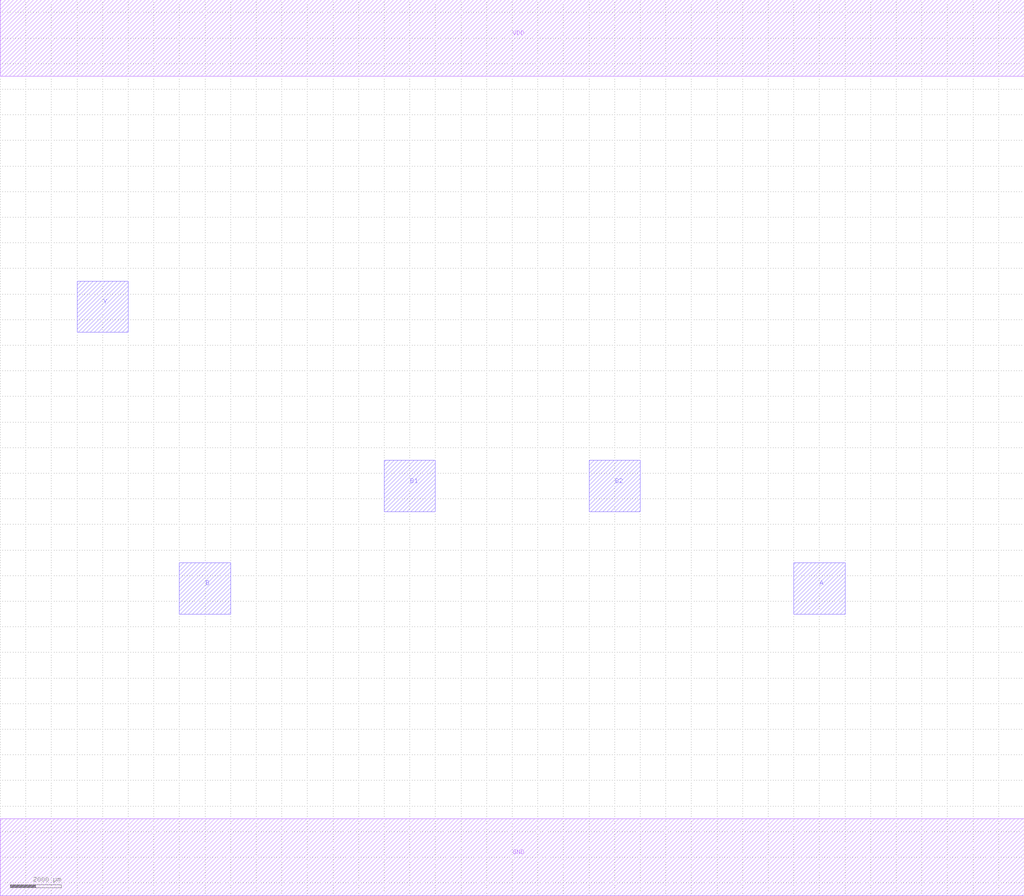
<source format=lef>
MACRO OAI31
 CLASS CORE ;
 ORIGIN 0 0 ;
 FOREIGN OAI31 0 0 ;
 SITE CORE ;
 SYMMETRY X Y R90 ;
  PIN VDD
   DIRECTION INOUT ;
   USE SIGNAL ;
   SHAPE ABUTMENT ;
    PORT
     CLASS CORE ;
       LAYER metal1 ;
        RECT 0.00000000 30500.00000000 40000.00000000 33500.00000000 ;
    END
  END VDD

  PIN GND
   DIRECTION INOUT ;
   USE SIGNAL ;
   SHAPE ABUTMENT ;
    PORT
     CLASS CORE ;
       LAYER metal1 ;
        RECT 0.00000000 -1500.00000000 40000.00000000 1500.00000000 ;
    END
  END GND

  PIN B
   DIRECTION INOUT ;
   USE SIGNAL ;
   SHAPE ABUTMENT ;
    PORT
     CLASS CORE ;
       LAYER metal2 ;
        RECT 7000.00000000 9500.00000000 9000.00000000 11500.00000000 ;
    END
  END B

  PIN B1
   DIRECTION INOUT ;
   USE SIGNAL ;
   SHAPE ABUTMENT ;
    PORT
     CLASS CORE ;
       LAYER metal2 ;
        RECT 15000.00000000 13500.00000000 17000.00000000 15500.00000000 ;
    END
  END B1

  PIN B2
   DIRECTION INOUT ;
   USE SIGNAL ;
   SHAPE ABUTMENT ;
    PORT
     CLASS CORE ;
       LAYER metal2 ;
        RECT 23000.00000000 13500.00000000 25000.00000000 15500.00000000 ;
    END
  END B2

  PIN A
   DIRECTION INOUT ;
   USE SIGNAL ;
   SHAPE ABUTMENT ;
    PORT
     CLASS CORE ;
       LAYER metal2 ;
        RECT 31000.00000000 9500.00000000 33000.00000000 11500.00000000 ;
    END
  END A

  PIN Y
   DIRECTION INOUT ;
   USE SIGNAL ;
   SHAPE ABUTMENT ;
    PORT
     CLASS CORE ;
       LAYER metal2 ;
        RECT 3000.00000000 20500.00000000 5000.00000000 22500.00000000 ;
    END
  END Y


END OAI31

</source>
